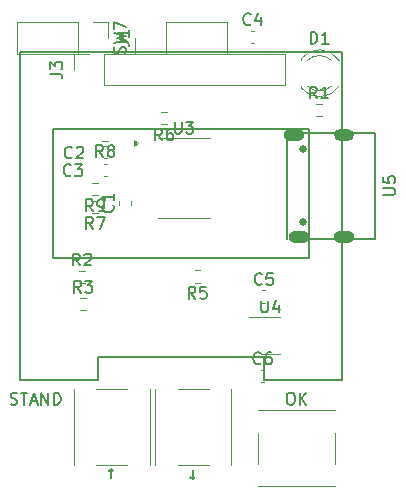
<source format=gbr>
G04 #@! TF.GenerationSoftware,KiCad,Pcbnew,7.0.8-7.0.8~ubuntu22.04.1*
G04 #@! TF.CreationDate,2024-07-29T11:47:05+09:00*
G04 #@! TF.ProjectId,FreqCounter3203,46726571-436f-4756-9e74-657233323033,rev?*
G04 #@! TF.SameCoordinates,Original*
G04 #@! TF.FileFunction,Legend,Top*
G04 #@! TF.FilePolarity,Positive*
%FSLAX46Y46*%
G04 Gerber Fmt 4.6, Leading zero omitted, Abs format (unit mm)*
G04 Created by KiCad (PCBNEW 7.0.8-7.0.8~ubuntu22.04.1) date 2024-07-29 11:47:05*
%MOMM*%
%LPD*%
G01*
G04 APERTURE LIST*
%ADD10C,0.150000*%
%ADD11C,0.120000*%
%ADD12C,0.650000*%
%ADD13O,1.800000X1.000000*%
%ADD14O,1.700000X1.000000*%
G04 APERTURE END LIST*
D10*
X150085600Y-68244800D02*
X156735600Y-68244800D01*
X153935600Y-57844800D02*
X153935600Y-46944800D01*
X153935600Y-46944800D02*
X132235600Y-46944800D01*
X150085600Y-66244800D02*
X150085600Y-68244800D01*
X129435600Y-40444800D02*
X129435600Y-68244800D01*
X156735600Y-40444800D02*
X129435600Y-40444800D01*
X132235600Y-57844800D02*
X153935600Y-57844800D01*
X129435600Y-68244800D02*
X136085600Y-68244800D01*
X136085600Y-68244800D02*
X136085600Y-66244800D01*
X132235600Y-46944800D02*
X132235600Y-57844800D01*
X156735600Y-68244800D02*
X156735600Y-40444800D01*
X136085600Y-66244800D02*
X150085600Y-66244800D01*
X134543933Y-58519619D02*
X134210600Y-58043428D01*
X133972505Y-58519619D02*
X133972505Y-57519619D01*
X133972505Y-57519619D02*
X134353457Y-57519619D01*
X134353457Y-57519619D02*
X134448695Y-57567238D01*
X134448695Y-57567238D02*
X134496314Y-57614857D01*
X134496314Y-57614857D02*
X134543933Y-57710095D01*
X134543933Y-57710095D02*
X134543933Y-57852952D01*
X134543933Y-57852952D02*
X134496314Y-57948190D01*
X134496314Y-57948190D02*
X134448695Y-57995809D01*
X134448695Y-57995809D02*
X134353457Y-58043428D01*
X134353457Y-58043428D02*
X133972505Y-58043428D01*
X134924886Y-57614857D02*
X134972505Y-57567238D01*
X134972505Y-57567238D02*
X135067743Y-57519619D01*
X135067743Y-57519619D02*
X135305838Y-57519619D01*
X135305838Y-57519619D02*
X135401076Y-57567238D01*
X135401076Y-57567238D02*
X135448695Y-57614857D01*
X135448695Y-57614857D02*
X135496314Y-57710095D01*
X135496314Y-57710095D02*
X135496314Y-57805333D01*
X135496314Y-57805333D02*
X135448695Y-57948190D01*
X135448695Y-57948190D02*
X134877267Y-58519619D01*
X134877267Y-58519619D02*
X135496314Y-58519619D01*
X128666552Y-70252000D02*
X128809409Y-70299619D01*
X128809409Y-70299619D02*
X129047504Y-70299619D01*
X129047504Y-70299619D02*
X129142742Y-70252000D01*
X129142742Y-70252000D02*
X129190361Y-70204380D01*
X129190361Y-70204380D02*
X129237980Y-70109142D01*
X129237980Y-70109142D02*
X129237980Y-70013904D01*
X129237980Y-70013904D02*
X129190361Y-69918666D01*
X129190361Y-69918666D02*
X129142742Y-69871047D01*
X129142742Y-69871047D02*
X129047504Y-69823428D01*
X129047504Y-69823428D02*
X128857028Y-69775809D01*
X128857028Y-69775809D02*
X128761790Y-69728190D01*
X128761790Y-69728190D02*
X128714171Y-69680571D01*
X128714171Y-69680571D02*
X128666552Y-69585333D01*
X128666552Y-69585333D02*
X128666552Y-69490095D01*
X128666552Y-69490095D02*
X128714171Y-69394857D01*
X128714171Y-69394857D02*
X128761790Y-69347238D01*
X128761790Y-69347238D02*
X128857028Y-69299619D01*
X128857028Y-69299619D02*
X129095123Y-69299619D01*
X129095123Y-69299619D02*
X129237980Y-69347238D01*
X129523695Y-69299619D02*
X130095123Y-69299619D01*
X129809409Y-70299619D02*
X129809409Y-69299619D01*
X130380838Y-70013904D02*
X130857028Y-70013904D01*
X130285600Y-70299619D02*
X130618933Y-69299619D01*
X130618933Y-69299619D02*
X130952266Y-70299619D01*
X131285600Y-70299619D02*
X131285600Y-69299619D01*
X131285600Y-69299619D02*
X131857028Y-70299619D01*
X131857028Y-70299619D02*
X131857028Y-69299619D01*
X132333219Y-70299619D02*
X132333219Y-69299619D01*
X132333219Y-69299619D02*
X132571314Y-69299619D01*
X132571314Y-69299619D02*
X132714171Y-69347238D01*
X132714171Y-69347238D02*
X132809409Y-69442476D01*
X132809409Y-69442476D02*
X132857028Y-69537714D01*
X132857028Y-69537714D02*
X132904647Y-69728190D01*
X132904647Y-69728190D02*
X132904647Y-69871047D01*
X132904647Y-69871047D02*
X132857028Y-70061523D01*
X132857028Y-70061523D02*
X132809409Y-70156761D01*
X132809409Y-70156761D02*
X132714171Y-70252000D01*
X132714171Y-70252000D02*
X132571314Y-70299619D01*
X132571314Y-70299619D02*
X132333219Y-70299619D01*
X154077505Y-39739619D02*
X154077505Y-38739619D01*
X154077505Y-38739619D02*
X154315600Y-38739619D01*
X154315600Y-38739619D02*
X154458457Y-38787238D01*
X154458457Y-38787238D02*
X154553695Y-38882476D01*
X154553695Y-38882476D02*
X154601314Y-38977714D01*
X154601314Y-38977714D02*
X154648933Y-39168190D01*
X154648933Y-39168190D02*
X154648933Y-39311047D01*
X154648933Y-39311047D02*
X154601314Y-39501523D01*
X154601314Y-39501523D02*
X154553695Y-39596761D01*
X154553695Y-39596761D02*
X154458457Y-39692000D01*
X154458457Y-39692000D02*
X154315600Y-39739619D01*
X154315600Y-39739619D02*
X154077505Y-39739619D01*
X155601314Y-39739619D02*
X155029886Y-39739619D01*
X155315600Y-39739619D02*
X155315600Y-38739619D01*
X155315600Y-38739619D02*
X155220362Y-38882476D01*
X155220362Y-38882476D02*
X155125124Y-38977714D01*
X155125124Y-38977714D02*
X155029886Y-39025333D01*
X135643933Y-53929619D02*
X135310600Y-53453428D01*
X135072505Y-53929619D02*
X135072505Y-52929619D01*
X135072505Y-52929619D02*
X135453457Y-52929619D01*
X135453457Y-52929619D02*
X135548695Y-52977238D01*
X135548695Y-52977238D02*
X135596314Y-53024857D01*
X135596314Y-53024857D02*
X135643933Y-53120095D01*
X135643933Y-53120095D02*
X135643933Y-53262952D01*
X135643933Y-53262952D02*
X135596314Y-53358190D01*
X135596314Y-53358190D02*
X135548695Y-53405809D01*
X135548695Y-53405809D02*
X135453457Y-53453428D01*
X135453457Y-53453428D02*
X135072505Y-53453428D01*
X136120124Y-53929619D02*
X136310600Y-53929619D01*
X136310600Y-53929619D02*
X136405838Y-53882000D01*
X136405838Y-53882000D02*
X136453457Y-53834380D01*
X136453457Y-53834380D02*
X136548695Y-53691523D01*
X136548695Y-53691523D02*
X136596314Y-53501047D01*
X136596314Y-53501047D02*
X136596314Y-53120095D01*
X136596314Y-53120095D02*
X136548695Y-53024857D01*
X136548695Y-53024857D02*
X136501076Y-52977238D01*
X136501076Y-52977238D02*
X136405838Y-52929619D01*
X136405838Y-52929619D02*
X136215362Y-52929619D01*
X136215362Y-52929619D02*
X136120124Y-52977238D01*
X136120124Y-52977238D02*
X136072505Y-53024857D01*
X136072505Y-53024857D02*
X136024886Y-53120095D01*
X136024886Y-53120095D02*
X136024886Y-53358190D01*
X136024886Y-53358190D02*
X136072505Y-53453428D01*
X136072505Y-53453428D02*
X136120124Y-53501047D01*
X136120124Y-53501047D02*
X136215362Y-53548666D01*
X136215362Y-53548666D02*
X136405838Y-53548666D01*
X136405838Y-53548666D02*
X136501076Y-53501047D01*
X136501076Y-53501047D02*
X136548695Y-53453428D01*
X136548695Y-53453428D02*
X136596314Y-53358190D01*
X149843933Y-66774380D02*
X149796314Y-66822000D01*
X149796314Y-66822000D02*
X149653457Y-66869619D01*
X149653457Y-66869619D02*
X149558219Y-66869619D01*
X149558219Y-66869619D02*
X149415362Y-66822000D01*
X149415362Y-66822000D02*
X149320124Y-66726761D01*
X149320124Y-66726761D02*
X149272505Y-66631523D01*
X149272505Y-66631523D02*
X149224886Y-66441047D01*
X149224886Y-66441047D02*
X149224886Y-66298190D01*
X149224886Y-66298190D02*
X149272505Y-66107714D01*
X149272505Y-66107714D02*
X149320124Y-66012476D01*
X149320124Y-66012476D02*
X149415362Y-65917238D01*
X149415362Y-65917238D02*
X149558219Y-65869619D01*
X149558219Y-65869619D02*
X149653457Y-65869619D01*
X149653457Y-65869619D02*
X149796314Y-65917238D01*
X149796314Y-65917238D02*
X149843933Y-65964857D01*
X150701076Y-65869619D02*
X150510600Y-65869619D01*
X150510600Y-65869619D02*
X150415362Y-65917238D01*
X150415362Y-65917238D02*
X150367743Y-65964857D01*
X150367743Y-65964857D02*
X150272505Y-66107714D01*
X150272505Y-66107714D02*
X150224886Y-66298190D01*
X150224886Y-66298190D02*
X150224886Y-66679142D01*
X150224886Y-66679142D02*
X150272505Y-66774380D01*
X150272505Y-66774380D02*
X150320124Y-66822000D01*
X150320124Y-66822000D02*
X150415362Y-66869619D01*
X150415362Y-66869619D02*
X150605838Y-66869619D01*
X150605838Y-66869619D02*
X150701076Y-66822000D01*
X150701076Y-66822000D02*
X150748695Y-66774380D01*
X150748695Y-66774380D02*
X150796314Y-66679142D01*
X150796314Y-66679142D02*
X150796314Y-66441047D01*
X150796314Y-66441047D02*
X150748695Y-66345809D01*
X150748695Y-66345809D02*
X150701076Y-66298190D01*
X150701076Y-66298190D02*
X150605838Y-66250571D01*
X150605838Y-66250571D02*
X150415362Y-66250571D01*
X150415362Y-66250571D02*
X150320124Y-66298190D01*
X150320124Y-66298190D02*
X150272505Y-66345809D01*
X150272505Y-66345809D02*
X150224886Y-66441047D01*
X133868933Y-49354380D02*
X133821314Y-49402000D01*
X133821314Y-49402000D02*
X133678457Y-49449619D01*
X133678457Y-49449619D02*
X133583219Y-49449619D01*
X133583219Y-49449619D02*
X133440362Y-49402000D01*
X133440362Y-49402000D02*
X133345124Y-49306761D01*
X133345124Y-49306761D02*
X133297505Y-49211523D01*
X133297505Y-49211523D02*
X133249886Y-49021047D01*
X133249886Y-49021047D02*
X133249886Y-48878190D01*
X133249886Y-48878190D02*
X133297505Y-48687714D01*
X133297505Y-48687714D02*
X133345124Y-48592476D01*
X133345124Y-48592476D02*
X133440362Y-48497238D01*
X133440362Y-48497238D02*
X133583219Y-48449619D01*
X133583219Y-48449619D02*
X133678457Y-48449619D01*
X133678457Y-48449619D02*
X133821314Y-48497238D01*
X133821314Y-48497238D02*
X133868933Y-48544857D01*
X134249886Y-48544857D02*
X134297505Y-48497238D01*
X134297505Y-48497238D02*
X134392743Y-48449619D01*
X134392743Y-48449619D02*
X134630838Y-48449619D01*
X134630838Y-48449619D02*
X134726076Y-48497238D01*
X134726076Y-48497238D02*
X134773695Y-48544857D01*
X134773695Y-48544857D02*
X134821314Y-48640095D01*
X134821314Y-48640095D02*
X134821314Y-48735333D01*
X134821314Y-48735333D02*
X134773695Y-48878190D01*
X134773695Y-48878190D02*
X134202267Y-49449619D01*
X134202267Y-49449619D02*
X134821314Y-49449619D01*
X148993933Y-38074380D02*
X148946314Y-38122000D01*
X148946314Y-38122000D02*
X148803457Y-38169619D01*
X148803457Y-38169619D02*
X148708219Y-38169619D01*
X148708219Y-38169619D02*
X148565362Y-38122000D01*
X148565362Y-38122000D02*
X148470124Y-38026761D01*
X148470124Y-38026761D02*
X148422505Y-37931523D01*
X148422505Y-37931523D02*
X148374886Y-37741047D01*
X148374886Y-37741047D02*
X148374886Y-37598190D01*
X148374886Y-37598190D02*
X148422505Y-37407714D01*
X148422505Y-37407714D02*
X148470124Y-37312476D01*
X148470124Y-37312476D02*
X148565362Y-37217238D01*
X148565362Y-37217238D02*
X148708219Y-37169619D01*
X148708219Y-37169619D02*
X148803457Y-37169619D01*
X148803457Y-37169619D02*
X148946314Y-37217238D01*
X148946314Y-37217238D02*
X148993933Y-37264857D01*
X149851076Y-37502952D02*
X149851076Y-38169619D01*
X149612981Y-37122000D02*
X149374886Y-37836285D01*
X149374886Y-37836285D02*
X149993933Y-37836285D01*
X137670419Y-39578133D02*
X138384704Y-39578133D01*
X138384704Y-39578133D02*
X138527561Y-39625752D01*
X138527561Y-39625752D02*
X138622800Y-39720990D01*
X138622800Y-39720990D02*
X138670419Y-39863847D01*
X138670419Y-39863847D02*
X138670419Y-39959085D01*
X138670419Y-38578133D02*
X138670419Y-39149561D01*
X138670419Y-38863847D02*
X137670419Y-38863847D01*
X137670419Y-38863847D02*
X137813276Y-38959085D01*
X137813276Y-38959085D02*
X137908514Y-39054323D01*
X137908514Y-39054323D02*
X137956133Y-39149561D01*
X136493933Y-49329619D02*
X136160600Y-48853428D01*
X135922505Y-49329619D02*
X135922505Y-48329619D01*
X135922505Y-48329619D02*
X136303457Y-48329619D01*
X136303457Y-48329619D02*
X136398695Y-48377238D01*
X136398695Y-48377238D02*
X136446314Y-48424857D01*
X136446314Y-48424857D02*
X136493933Y-48520095D01*
X136493933Y-48520095D02*
X136493933Y-48662952D01*
X136493933Y-48662952D02*
X136446314Y-48758190D01*
X136446314Y-48758190D02*
X136398695Y-48805809D01*
X136398695Y-48805809D02*
X136303457Y-48853428D01*
X136303457Y-48853428D02*
X135922505Y-48853428D01*
X137065362Y-48758190D02*
X136970124Y-48710571D01*
X136970124Y-48710571D02*
X136922505Y-48662952D01*
X136922505Y-48662952D02*
X136874886Y-48567714D01*
X136874886Y-48567714D02*
X136874886Y-48520095D01*
X136874886Y-48520095D02*
X136922505Y-48424857D01*
X136922505Y-48424857D02*
X136970124Y-48377238D01*
X136970124Y-48377238D02*
X137065362Y-48329619D01*
X137065362Y-48329619D02*
X137255838Y-48329619D01*
X137255838Y-48329619D02*
X137351076Y-48377238D01*
X137351076Y-48377238D02*
X137398695Y-48424857D01*
X137398695Y-48424857D02*
X137446314Y-48520095D01*
X137446314Y-48520095D02*
X137446314Y-48567714D01*
X137446314Y-48567714D02*
X137398695Y-48662952D01*
X137398695Y-48662952D02*
X137351076Y-48710571D01*
X137351076Y-48710571D02*
X137255838Y-48758190D01*
X137255838Y-48758190D02*
X137065362Y-48758190D01*
X137065362Y-48758190D02*
X136970124Y-48805809D01*
X136970124Y-48805809D02*
X136922505Y-48853428D01*
X136922505Y-48853428D02*
X136874886Y-48948666D01*
X136874886Y-48948666D02*
X136874886Y-49139142D01*
X136874886Y-49139142D02*
X136922505Y-49234380D01*
X136922505Y-49234380D02*
X136970124Y-49282000D01*
X136970124Y-49282000D02*
X137065362Y-49329619D01*
X137065362Y-49329619D02*
X137255838Y-49329619D01*
X137255838Y-49329619D02*
X137351076Y-49282000D01*
X137351076Y-49282000D02*
X137398695Y-49234380D01*
X137398695Y-49234380D02*
X137446314Y-49139142D01*
X137446314Y-49139142D02*
X137446314Y-48948666D01*
X137446314Y-48948666D02*
X137398695Y-48853428D01*
X137398695Y-48853428D02*
X137351076Y-48805809D01*
X137351076Y-48805809D02*
X137255838Y-48758190D01*
X144085600Y-75837714D02*
X144085600Y-76599619D01*
X144276076Y-76409142D02*
X144085600Y-76599619D01*
X144085600Y-76599619D02*
X143895124Y-76409142D01*
X133768933Y-50854380D02*
X133721314Y-50902000D01*
X133721314Y-50902000D02*
X133578457Y-50949619D01*
X133578457Y-50949619D02*
X133483219Y-50949619D01*
X133483219Y-50949619D02*
X133340362Y-50902000D01*
X133340362Y-50902000D02*
X133245124Y-50806761D01*
X133245124Y-50806761D02*
X133197505Y-50711523D01*
X133197505Y-50711523D02*
X133149886Y-50521047D01*
X133149886Y-50521047D02*
X133149886Y-50378190D01*
X133149886Y-50378190D02*
X133197505Y-50187714D01*
X133197505Y-50187714D02*
X133245124Y-50092476D01*
X133245124Y-50092476D02*
X133340362Y-49997238D01*
X133340362Y-49997238D02*
X133483219Y-49949619D01*
X133483219Y-49949619D02*
X133578457Y-49949619D01*
X133578457Y-49949619D02*
X133721314Y-49997238D01*
X133721314Y-49997238D02*
X133768933Y-50044857D01*
X134102267Y-49949619D02*
X134721314Y-49949619D01*
X134721314Y-49949619D02*
X134387981Y-50330571D01*
X134387981Y-50330571D02*
X134530838Y-50330571D01*
X134530838Y-50330571D02*
X134626076Y-50378190D01*
X134626076Y-50378190D02*
X134673695Y-50425809D01*
X134673695Y-50425809D02*
X134721314Y-50521047D01*
X134721314Y-50521047D02*
X134721314Y-50759142D01*
X134721314Y-50759142D02*
X134673695Y-50854380D01*
X134673695Y-50854380D02*
X134626076Y-50902000D01*
X134626076Y-50902000D02*
X134530838Y-50949619D01*
X134530838Y-50949619D02*
X134245124Y-50949619D01*
X134245124Y-50949619D02*
X134149886Y-50902000D01*
X134149886Y-50902000D02*
X134102267Y-50854380D01*
X137315180Y-53386466D02*
X137362800Y-53434085D01*
X137362800Y-53434085D02*
X137410419Y-53576942D01*
X137410419Y-53576942D02*
X137410419Y-53672180D01*
X137410419Y-53672180D02*
X137362800Y-53815037D01*
X137362800Y-53815037D02*
X137267561Y-53910275D01*
X137267561Y-53910275D02*
X137172323Y-53957894D01*
X137172323Y-53957894D02*
X136981847Y-54005513D01*
X136981847Y-54005513D02*
X136838990Y-54005513D01*
X136838990Y-54005513D02*
X136648514Y-53957894D01*
X136648514Y-53957894D02*
X136553276Y-53910275D01*
X136553276Y-53910275D02*
X136458038Y-53815037D01*
X136458038Y-53815037D02*
X136410419Y-53672180D01*
X136410419Y-53672180D02*
X136410419Y-53576942D01*
X136410419Y-53576942D02*
X136458038Y-53434085D01*
X136458038Y-53434085D02*
X136505657Y-53386466D01*
X137410419Y-52434085D02*
X137410419Y-53005513D01*
X137410419Y-52719799D02*
X136410419Y-52719799D01*
X136410419Y-52719799D02*
X136553276Y-52815037D01*
X136553276Y-52815037D02*
X136648514Y-52910275D01*
X136648514Y-52910275D02*
X136696133Y-53005513D01*
X149886195Y-61499619D02*
X149886195Y-62309142D01*
X149886195Y-62309142D02*
X149933814Y-62404380D01*
X149933814Y-62404380D02*
X149981433Y-62452000D01*
X149981433Y-62452000D02*
X150076671Y-62499619D01*
X150076671Y-62499619D02*
X150267147Y-62499619D01*
X150267147Y-62499619D02*
X150362385Y-62452000D01*
X150362385Y-62452000D02*
X150410004Y-62404380D01*
X150410004Y-62404380D02*
X150457623Y-62309142D01*
X150457623Y-62309142D02*
X150457623Y-61499619D01*
X151362385Y-61832952D02*
X151362385Y-62499619D01*
X151124290Y-61452000D02*
X150886195Y-62166285D01*
X150886195Y-62166285D02*
X151505242Y-62166285D01*
X134643933Y-60819619D02*
X134310600Y-60343428D01*
X134072505Y-60819619D02*
X134072505Y-59819619D01*
X134072505Y-59819619D02*
X134453457Y-59819619D01*
X134453457Y-59819619D02*
X134548695Y-59867238D01*
X134548695Y-59867238D02*
X134596314Y-59914857D01*
X134596314Y-59914857D02*
X134643933Y-60010095D01*
X134643933Y-60010095D02*
X134643933Y-60152952D01*
X134643933Y-60152952D02*
X134596314Y-60248190D01*
X134596314Y-60248190D02*
X134548695Y-60295809D01*
X134548695Y-60295809D02*
X134453457Y-60343428D01*
X134453457Y-60343428D02*
X134072505Y-60343428D01*
X134977267Y-59819619D02*
X135596314Y-59819619D01*
X135596314Y-59819619D02*
X135262981Y-60200571D01*
X135262981Y-60200571D02*
X135405838Y-60200571D01*
X135405838Y-60200571D02*
X135501076Y-60248190D01*
X135501076Y-60248190D02*
X135548695Y-60295809D01*
X135548695Y-60295809D02*
X135596314Y-60391047D01*
X135596314Y-60391047D02*
X135596314Y-60629142D01*
X135596314Y-60629142D02*
X135548695Y-60724380D01*
X135548695Y-60724380D02*
X135501076Y-60772000D01*
X135501076Y-60772000D02*
X135405838Y-60819619D01*
X135405838Y-60819619D02*
X135120124Y-60819619D01*
X135120124Y-60819619D02*
X135024886Y-60772000D01*
X135024886Y-60772000D02*
X134977267Y-60724380D01*
X137185600Y-76499619D02*
X137185600Y-75737714D01*
X136995124Y-75928190D02*
X137185600Y-75737714D01*
X137185600Y-75737714D02*
X137376076Y-75928190D01*
X149943933Y-60074380D02*
X149896314Y-60122000D01*
X149896314Y-60122000D02*
X149753457Y-60169619D01*
X149753457Y-60169619D02*
X149658219Y-60169619D01*
X149658219Y-60169619D02*
X149515362Y-60122000D01*
X149515362Y-60122000D02*
X149420124Y-60026761D01*
X149420124Y-60026761D02*
X149372505Y-59931523D01*
X149372505Y-59931523D02*
X149324886Y-59741047D01*
X149324886Y-59741047D02*
X149324886Y-59598190D01*
X149324886Y-59598190D02*
X149372505Y-59407714D01*
X149372505Y-59407714D02*
X149420124Y-59312476D01*
X149420124Y-59312476D02*
X149515362Y-59217238D01*
X149515362Y-59217238D02*
X149658219Y-59169619D01*
X149658219Y-59169619D02*
X149753457Y-59169619D01*
X149753457Y-59169619D02*
X149896314Y-59217238D01*
X149896314Y-59217238D02*
X149943933Y-59264857D01*
X150848695Y-59169619D02*
X150372505Y-59169619D01*
X150372505Y-59169619D02*
X150324886Y-59645809D01*
X150324886Y-59645809D02*
X150372505Y-59598190D01*
X150372505Y-59598190D02*
X150467743Y-59550571D01*
X150467743Y-59550571D02*
X150705838Y-59550571D01*
X150705838Y-59550571D02*
X150801076Y-59598190D01*
X150801076Y-59598190D02*
X150848695Y-59645809D01*
X150848695Y-59645809D02*
X150896314Y-59741047D01*
X150896314Y-59741047D02*
X150896314Y-59979142D01*
X150896314Y-59979142D02*
X150848695Y-60074380D01*
X150848695Y-60074380D02*
X150801076Y-60122000D01*
X150801076Y-60122000D02*
X150705838Y-60169619D01*
X150705838Y-60169619D02*
X150467743Y-60169619D01*
X150467743Y-60169619D02*
X150372505Y-60122000D01*
X150372505Y-60122000D02*
X150324886Y-60074380D01*
X138362800Y-40578132D02*
X138410419Y-40435275D01*
X138410419Y-40435275D02*
X138410419Y-40197180D01*
X138410419Y-40197180D02*
X138362800Y-40101942D01*
X138362800Y-40101942D02*
X138315180Y-40054323D01*
X138315180Y-40054323D02*
X138219942Y-40006704D01*
X138219942Y-40006704D02*
X138124704Y-40006704D01*
X138124704Y-40006704D02*
X138029466Y-40054323D01*
X138029466Y-40054323D02*
X137981847Y-40101942D01*
X137981847Y-40101942D02*
X137934228Y-40197180D01*
X137934228Y-40197180D02*
X137886609Y-40387656D01*
X137886609Y-40387656D02*
X137838990Y-40482894D01*
X137838990Y-40482894D02*
X137791371Y-40530513D01*
X137791371Y-40530513D02*
X137696133Y-40578132D01*
X137696133Y-40578132D02*
X137600895Y-40578132D01*
X137600895Y-40578132D02*
X137505657Y-40530513D01*
X137505657Y-40530513D02*
X137458038Y-40482894D01*
X137458038Y-40482894D02*
X137410419Y-40387656D01*
X137410419Y-40387656D02*
X137410419Y-40149561D01*
X137410419Y-40149561D02*
X137458038Y-40006704D01*
X137410419Y-39673370D02*
X138410419Y-39435275D01*
X138410419Y-39435275D02*
X137696133Y-39244799D01*
X137696133Y-39244799D02*
X138410419Y-39054323D01*
X138410419Y-39054323D02*
X137410419Y-38816228D01*
X137410419Y-38530513D02*
X137410419Y-37863847D01*
X137410419Y-37863847D02*
X138410419Y-38292418D01*
X144318933Y-61329619D02*
X143985600Y-60853428D01*
X143747505Y-61329619D02*
X143747505Y-60329619D01*
X143747505Y-60329619D02*
X144128457Y-60329619D01*
X144128457Y-60329619D02*
X144223695Y-60377238D01*
X144223695Y-60377238D02*
X144271314Y-60424857D01*
X144271314Y-60424857D02*
X144318933Y-60520095D01*
X144318933Y-60520095D02*
X144318933Y-60662952D01*
X144318933Y-60662952D02*
X144271314Y-60758190D01*
X144271314Y-60758190D02*
X144223695Y-60805809D01*
X144223695Y-60805809D02*
X144128457Y-60853428D01*
X144128457Y-60853428D02*
X143747505Y-60853428D01*
X145223695Y-60329619D02*
X144747505Y-60329619D01*
X144747505Y-60329619D02*
X144699886Y-60805809D01*
X144699886Y-60805809D02*
X144747505Y-60758190D01*
X144747505Y-60758190D02*
X144842743Y-60710571D01*
X144842743Y-60710571D02*
X145080838Y-60710571D01*
X145080838Y-60710571D02*
X145176076Y-60758190D01*
X145176076Y-60758190D02*
X145223695Y-60805809D01*
X145223695Y-60805809D02*
X145271314Y-60901047D01*
X145271314Y-60901047D02*
X145271314Y-61139142D01*
X145271314Y-61139142D02*
X145223695Y-61234380D01*
X145223695Y-61234380D02*
X145176076Y-61282000D01*
X145176076Y-61282000D02*
X145080838Y-61329619D01*
X145080838Y-61329619D02*
X144842743Y-61329619D01*
X144842743Y-61329619D02*
X144747505Y-61282000D01*
X144747505Y-61282000D02*
X144699886Y-61234380D01*
X152290362Y-69299619D02*
X152480838Y-69299619D01*
X152480838Y-69299619D02*
X152576076Y-69347238D01*
X152576076Y-69347238D02*
X152671314Y-69442476D01*
X152671314Y-69442476D02*
X152718933Y-69632952D01*
X152718933Y-69632952D02*
X152718933Y-69966285D01*
X152718933Y-69966285D02*
X152671314Y-70156761D01*
X152671314Y-70156761D02*
X152576076Y-70252000D01*
X152576076Y-70252000D02*
X152480838Y-70299619D01*
X152480838Y-70299619D02*
X152290362Y-70299619D01*
X152290362Y-70299619D02*
X152195124Y-70252000D01*
X152195124Y-70252000D02*
X152099886Y-70156761D01*
X152099886Y-70156761D02*
X152052267Y-69966285D01*
X152052267Y-69966285D02*
X152052267Y-69632952D01*
X152052267Y-69632952D02*
X152099886Y-69442476D01*
X152099886Y-69442476D02*
X152195124Y-69347238D01*
X152195124Y-69347238D02*
X152290362Y-69299619D01*
X153147505Y-70299619D02*
X153147505Y-69299619D01*
X153718933Y-70299619D02*
X153290362Y-69728190D01*
X153718933Y-69299619D02*
X153147505Y-69871047D01*
X141493933Y-47929619D02*
X141160600Y-47453428D01*
X140922505Y-47929619D02*
X140922505Y-46929619D01*
X140922505Y-46929619D02*
X141303457Y-46929619D01*
X141303457Y-46929619D02*
X141398695Y-46977238D01*
X141398695Y-46977238D02*
X141446314Y-47024857D01*
X141446314Y-47024857D02*
X141493933Y-47120095D01*
X141493933Y-47120095D02*
X141493933Y-47262952D01*
X141493933Y-47262952D02*
X141446314Y-47358190D01*
X141446314Y-47358190D02*
X141398695Y-47405809D01*
X141398695Y-47405809D02*
X141303457Y-47453428D01*
X141303457Y-47453428D02*
X140922505Y-47453428D01*
X142351076Y-46929619D02*
X142160600Y-46929619D01*
X142160600Y-46929619D02*
X142065362Y-46977238D01*
X142065362Y-46977238D02*
X142017743Y-47024857D01*
X142017743Y-47024857D02*
X141922505Y-47167714D01*
X141922505Y-47167714D02*
X141874886Y-47358190D01*
X141874886Y-47358190D02*
X141874886Y-47739142D01*
X141874886Y-47739142D02*
X141922505Y-47834380D01*
X141922505Y-47834380D02*
X141970124Y-47882000D01*
X141970124Y-47882000D02*
X142065362Y-47929619D01*
X142065362Y-47929619D02*
X142255838Y-47929619D01*
X142255838Y-47929619D02*
X142351076Y-47882000D01*
X142351076Y-47882000D02*
X142398695Y-47834380D01*
X142398695Y-47834380D02*
X142446314Y-47739142D01*
X142446314Y-47739142D02*
X142446314Y-47501047D01*
X142446314Y-47501047D02*
X142398695Y-47405809D01*
X142398695Y-47405809D02*
X142351076Y-47358190D01*
X142351076Y-47358190D02*
X142255838Y-47310571D01*
X142255838Y-47310571D02*
X142065362Y-47310571D01*
X142065362Y-47310571D02*
X141970124Y-47358190D01*
X141970124Y-47358190D02*
X141922505Y-47405809D01*
X141922505Y-47405809D02*
X141874886Y-47501047D01*
X154593933Y-44369619D02*
X154260600Y-43893428D01*
X154022505Y-44369619D02*
X154022505Y-43369619D01*
X154022505Y-43369619D02*
X154403457Y-43369619D01*
X154403457Y-43369619D02*
X154498695Y-43417238D01*
X154498695Y-43417238D02*
X154546314Y-43464857D01*
X154546314Y-43464857D02*
X154593933Y-43560095D01*
X154593933Y-43560095D02*
X154593933Y-43702952D01*
X154593933Y-43702952D02*
X154546314Y-43798190D01*
X154546314Y-43798190D02*
X154498695Y-43845809D01*
X154498695Y-43845809D02*
X154403457Y-43893428D01*
X154403457Y-43893428D02*
X154022505Y-43893428D01*
X155546314Y-44369619D02*
X154974886Y-44369619D01*
X155260600Y-44369619D02*
X155260600Y-43369619D01*
X155260600Y-43369619D02*
X155165362Y-43512476D01*
X155165362Y-43512476D02*
X155070124Y-43607714D01*
X155070124Y-43607714D02*
X154974886Y-43655333D01*
X142573695Y-46349619D02*
X142573695Y-47159142D01*
X142573695Y-47159142D02*
X142621314Y-47254380D01*
X142621314Y-47254380D02*
X142668933Y-47302000D01*
X142668933Y-47302000D02*
X142764171Y-47349619D01*
X142764171Y-47349619D02*
X142954647Y-47349619D01*
X142954647Y-47349619D02*
X143049885Y-47302000D01*
X143049885Y-47302000D02*
X143097504Y-47254380D01*
X143097504Y-47254380D02*
X143145123Y-47159142D01*
X143145123Y-47159142D02*
X143145123Y-46349619D01*
X143526076Y-46349619D02*
X144145123Y-46349619D01*
X144145123Y-46349619D02*
X143811790Y-46730571D01*
X143811790Y-46730571D02*
X143954647Y-46730571D01*
X143954647Y-46730571D02*
X144049885Y-46778190D01*
X144049885Y-46778190D02*
X144097504Y-46825809D01*
X144097504Y-46825809D02*
X144145123Y-46921047D01*
X144145123Y-46921047D02*
X144145123Y-47159142D01*
X144145123Y-47159142D02*
X144097504Y-47254380D01*
X144097504Y-47254380D02*
X144049885Y-47302000D01*
X144049885Y-47302000D02*
X143954647Y-47349619D01*
X143954647Y-47349619D02*
X143668933Y-47349619D01*
X143668933Y-47349619D02*
X143573695Y-47302000D01*
X143573695Y-47302000D02*
X143526076Y-47254380D01*
X135643933Y-55429619D02*
X135310600Y-54953428D01*
X135072505Y-55429619D02*
X135072505Y-54429619D01*
X135072505Y-54429619D02*
X135453457Y-54429619D01*
X135453457Y-54429619D02*
X135548695Y-54477238D01*
X135548695Y-54477238D02*
X135596314Y-54524857D01*
X135596314Y-54524857D02*
X135643933Y-54620095D01*
X135643933Y-54620095D02*
X135643933Y-54762952D01*
X135643933Y-54762952D02*
X135596314Y-54858190D01*
X135596314Y-54858190D02*
X135548695Y-54905809D01*
X135548695Y-54905809D02*
X135453457Y-54953428D01*
X135453457Y-54953428D02*
X135072505Y-54953428D01*
X135977267Y-54429619D02*
X136643933Y-54429619D01*
X136643933Y-54429619D02*
X136215362Y-55429619D01*
X160240419Y-52526704D02*
X161049942Y-52526704D01*
X161049942Y-52526704D02*
X161145180Y-52479085D01*
X161145180Y-52479085D02*
X161192800Y-52431466D01*
X161192800Y-52431466D02*
X161240419Y-52336228D01*
X161240419Y-52336228D02*
X161240419Y-52145752D01*
X161240419Y-52145752D02*
X161192800Y-52050514D01*
X161192800Y-52050514D02*
X161145180Y-52002895D01*
X161145180Y-52002895D02*
X161049942Y-51955276D01*
X161049942Y-51955276D02*
X160240419Y-51955276D01*
X160240419Y-51002895D02*
X160240419Y-51479085D01*
X160240419Y-51479085D02*
X160716609Y-51526704D01*
X160716609Y-51526704D02*
X160668990Y-51479085D01*
X160668990Y-51479085D02*
X160621371Y-51383847D01*
X160621371Y-51383847D02*
X160621371Y-51145752D01*
X160621371Y-51145752D02*
X160668990Y-51050514D01*
X160668990Y-51050514D02*
X160716609Y-51002895D01*
X160716609Y-51002895D02*
X160811847Y-50955276D01*
X160811847Y-50955276D02*
X161049942Y-50955276D01*
X161049942Y-50955276D02*
X161145180Y-51002895D01*
X161145180Y-51002895D02*
X161192800Y-51050514D01*
X161192800Y-51050514D02*
X161240419Y-51145752D01*
X161240419Y-51145752D02*
X161240419Y-51383847D01*
X161240419Y-51383847D02*
X161192800Y-51479085D01*
X161192800Y-51479085D02*
X161145180Y-51526704D01*
X132030419Y-42278133D02*
X132744704Y-42278133D01*
X132744704Y-42278133D02*
X132887561Y-42325752D01*
X132887561Y-42325752D02*
X132982800Y-42420990D01*
X132982800Y-42420990D02*
X133030419Y-42563847D01*
X133030419Y-42563847D02*
X133030419Y-42659085D01*
X132030419Y-41897180D02*
X132030419Y-41278133D01*
X132030419Y-41278133D02*
X132411371Y-41611466D01*
X132411371Y-41611466D02*
X132411371Y-41468609D01*
X132411371Y-41468609D02*
X132458990Y-41373371D01*
X132458990Y-41373371D02*
X132506609Y-41325752D01*
X132506609Y-41325752D02*
X132601847Y-41278133D01*
X132601847Y-41278133D02*
X132839942Y-41278133D01*
X132839942Y-41278133D02*
X132935180Y-41325752D01*
X132935180Y-41325752D02*
X132982800Y-41373371D01*
X132982800Y-41373371D02*
X133030419Y-41468609D01*
X133030419Y-41468609D02*
X133030419Y-41754323D01*
X133030419Y-41754323D02*
X132982800Y-41849561D01*
X132982800Y-41849561D02*
X132935180Y-41897180D01*
D11*
X134473342Y-58972300D02*
X134947858Y-58972300D01*
X134473342Y-60017300D02*
X134947858Y-60017300D01*
X153255600Y-41008800D02*
X153255600Y-41164800D01*
X153255600Y-43324800D02*
X153255600Y-43480800D01*
X156487934Y-41166192D02*
G75*
G03*
X153255601Y-41009285I-1672334J-1078608D01*
G01*
X155856729Y-41164964D02*
G75*
G03*
X153774640Y-41164801I-1041129J-1079836D01*
G01*
X153774640Y-43324799D02*
G75*
G03*
X155856729Y-43324636I1040960J1079999D01*
G01*
X153255601Y-43480315D02*
G75*
G03*
X156487934Y-43323408I1559999J1235515D01*
G01*
X136047858Y-52567300D02*
X135573342Y-52567300D01*
X136047858Y-51522300D02*
X135573342Y-51522300D01*
X149870020Y-67334800D02*
X150151180Y-67334800D01*
X149870020Y-68354800D02*
X150151180Y-68354800D01*
X136570020Y-48434800D02*
X136851180Y-48434800D01*
X136570020Y-49454800D02*
X136851180Y-49454800D01*
X149020020Y-38634800D02*
X149301180Y-38634800D01*
X149020020Y-39654800D02*
X149301180Y-39654800D01*
X139215600Y-40574800D02*
X139215600Y-39244800D01*
X140545600Y-40574800D02*
X139215600Y-40574800D01*
X141815600Y-40574800D02*
X146955600Y-40574800D01*
X141815600Y-40574800D02*
X141815600Y-37914800D01*
X146955600Y-40574800D02*
X146955600Y-37914800D01*
X141815600Y-37914800D02*
X146955600Y-37914800D01*
X136897858Y-47967300D02*
X136423342Y-47967300D01*
X136897858Y-46922300D02*
X136423342Y-46922300D01*
X147365600Y-68939800D02*
X147365600Y-75399800D01*
X147335600Y-68939800D02*
X147365600Y-68939800D01*
X145435600Y-68939800D02*
X142835600Y-68939800D01*
X140905600Y-68939800D02*
X140935600Y-68939800D01*
X140905600Y-68939800D02*
X140905600Y-75399800D01*
X147365600Y-75399800D02*
X147335600Y-75399800D01*
X145435600Y-75399800D02*
X142835600Y-75399800D01*
X140905600Y-75399800D02*
X140935600Y-75399800D01*
X136570020Y-49934800D02*
X136851180Y-49934800D01*
X136570020Y-50954800D02*
X136851180Y-50954800D01*
X137875600Y-53360380D02*
X137875600Y-53079220D01*
X138895600Y-53360380D02*
X138895600Y-53079220D01*
X150648100Y-62884800D02*
X148848100Y-62884800D01*
X150648100Y-62884800D02*
X151448100Y-62884800D01*
X150648100Y-66004800D02*
X149848100Y-66004800D01*
X150648100Y-66004800D02*
X151448100Y-66004800D01*
X134573342Y-61272300D02*
X135047858Y-61272300D01*
X134573342Y-62317300D02*
X135047858Y-62317300D01*
X134005600Y-75399800D02*
X134005600Y-68939800D01*
X134035600Y-75399800D02*
X134005600Y-75399800D01*
X135935600Y-75399800D02*
X138535600Y-75399800D01*
X140465600Y-75399800D02*
X140435600Y-75399800D01*
X140465600Y-75399800D02*
X140465600Y-68939800D01*
X134005600Y-68939800D02*
X134035600Y-68939800D01*
X135935600Y-68939800D02*
X138535600Y-68939800D01*
X140465600Y-68939800D02*
X140435600Y-68939800D01*
X149970020Y-60634800D02*
X150251180Y-60634800D01*
X149970020Y-61654800D02*
X150251180Y-61654800D01*
X136955600Y-37914800D02*
X136955600Y-39244800D01*
X135625600Y-37914800D02*
X136955600Y-37914800D01*
X134355600Y-37914800D02*
X129215600Y-37914800D01*
X134355600Y-37914800D02*
X134355600Y-40574800D01*
X129215600Y-37914800D02*
X129215600Y-40574800D01*
X134355600Y-40574800D02*
X129215600Y-40574800D01*
X144722858Y-59967300D02*
X144248342Y-59967300D01*
X144722858Y-58922300D02*
X144248342Y-58922300D01*
X156115600Y-77224800D02*
X149655600Y-77224800D01*
X156115600Y-77194800D02*
X156115600Y-77224800D01*
X156115600Y-75294800D02*
X156115600Y-72694800D01*
X156115600Y-70764800D02*
X156115600Y-70794800D01*
X156115600Y-70764800D02*
X149655600Y-70764800D01*
X149655600Y-77224800D02*
X149655600Y-77194800D01*
X149655600Y-75294800D02*
X149655600Y-72694800D01*
X149655600Y-70764800D02*
X149655600Y-70794800D01*
X141897858Y-46567300D02*
X141423342Y-46567300D01*
X141897858Y-45522300D02*
X141423342Y-45522300D01*
X154523342Y-44822300D02*
X154997858Y-44822300D01*
X154523342Y-45867300D02*
X154997858Y-45867300D01*
X143335600Y-47709800D02*
X141135600Y-47709800D01*
X143335600Y-47709800D02*
X145535600Y-47709800D01*
X143335600Y-54479800D02*
X141135600Y-54479800D01*
X143335600Y-54479800D02*
X145535600Y-54479800D01*
X139475600Y-48169800D02*
X139145600Y-48409800D01*
X139145600Y-47929800D01*
X139475600Y-48169800D01*
G36*
X139475600Y-48169800D02*
G01*
X139145600Y-48409800D01*
X139145600Y-47929800D01*
X139475600Y-48169800D01*
G37*
X136047858Y-54067300D02*
X135573342Y-54067300D01*
X136047858Y-53022300D02*
X135573342Y-53022300D01*
D10*
X153085600Y-56264800D02*
X159485600Y-56264800D01*
X159485600Y-56264800D02*
X159485600Y-47264800D01*
X152085600Y-47264800D02*
X152085600Y-56264800D01*
X159485600Y-47264800D02*
X153085600Y-47264800D01*
D11*
X136615600Y-43274800D02*
X151915600Y-43274800D01*
X136615600Y-43274800D02*
X136615600Y-40614800D01*
X151915600Y-43274800D02*
X151915600Y-40614800D01*
X134015600Y-41944800D02*
X134015600Y-40614800D01*
X134015600Y-40614800D02*
X135345600Y-40614800D01*
X136615600Y-40614800D02*
X151915600Y-40614800D01*
D12*
X153395600Y-54844800D03*
X153395600Y-48684800D03*
D13*
X153085600Y-56084800D03*
X156885600Y-56084800D03*
X152705600Y-47444800D03*
D14*
X156885600Y-47444800D03*
M02*

</source>
